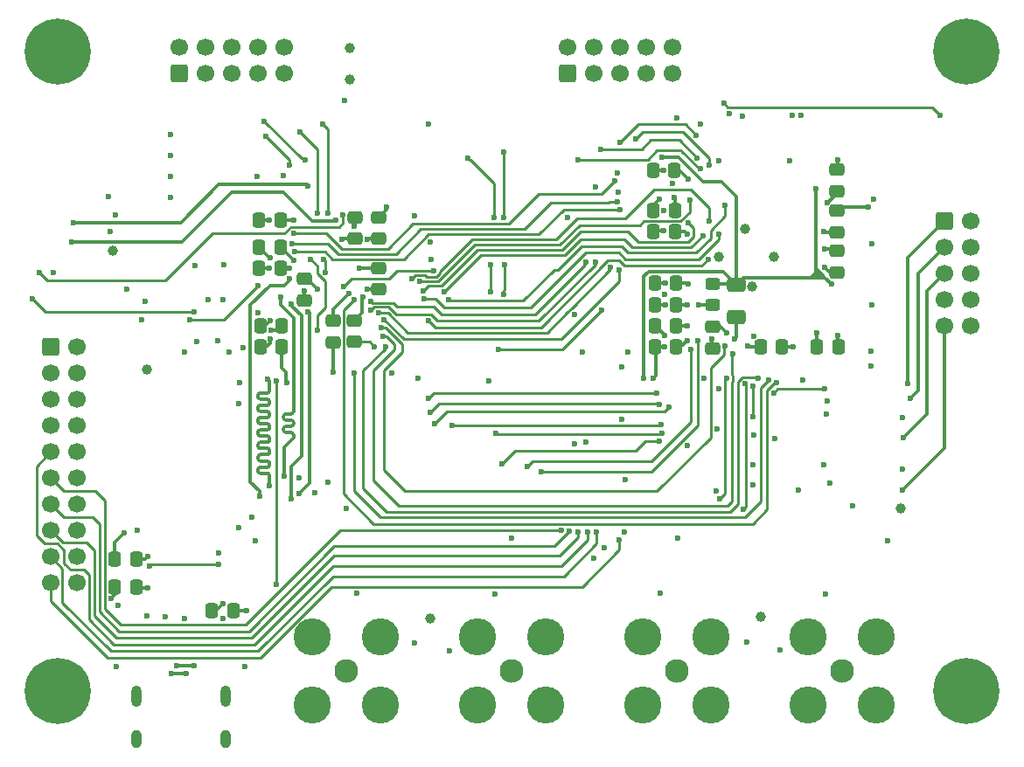
<source format=gbl>
G04 #@! TF.GenerationSoftware,KiCad,Pcbnew,9.0.5*
G04 #@! TF.CreationDate,2025-10-23T02:28:29+02:00*
G04 #@! TF.ProjectId,main-board,6d61696e-2d62-46f6-9172-642e6b696361,1.0a*
G04 #@! TF.SameCoordinates,Original*
G04 #@! TF.FileFunction,Copper,L4,Bot*
G04 #@! TF.FilePolarity,Positive*
%FSLAX46Y46*%
G04 Gerber Fmt 4.6, Leading zero omitted, Abs format (unit mm)*
G04 Created by KiCad (PCBNEW 9.0.5) date 2025-10-23 02:28:29*
%MOMM*%
%LPD*%
G01*
G04 APERTURE LIST*
G04 Aperture macros list*
%AMRoundRect*
0 Rectangle with rounded corners*
0 $1 Rounding radius*
0 $2 $3 $4 $5 $6 $7 $8 $9 X,Y pos of 4 corners*
0 Add a 4 corners polygon primitive as box body*
4,1,4,$2,$3,$4,$5,$6,$7,$8,$9,$2,$3,0*
0 Add four circle primitives for the rounded corners*
1,1,$1+$1,$2,$3*
1,1,$1+$1,$4,$5*
1,1,$1+$1,$6,$7*
1,1,$1+$1,$8,$9*
0 Add four rect primitives between the rounded corners*
20,1,$1+$1,$2,$3,$4,$5,0*
20,1,$1+$1,$4,$5,$6,$7,0*
20,1,$1+$1,$6,$7,$8,$9,0*
20,1,$1+$1,$8,$9,$2,$3,0*%
G04 Aperture macros list end*
G04 #@! TA.AperFunction,HeatsinkPad*
%ADD10O,1.000000X2.100000*%
G04 #@! TD*
G04 #@! TA.AperFunction,HeatsinkPad*
%ADD11O,1.000000X1.800000*%
G04 #@! TD*
G04 #@! TA.AperFunction,ComponentPad*
%ADD12C,2.300000*%
G04 #@! TD*
G04 #@! TA.AperFunction,ComponentPad*
%ADD13C,3.600000*%
G04 #@! TD*
G04 #@! TA.AperFunction,ComponentPad*
%ADD14RoundRect,0.250000X-0.600000X-0.600000X0.600000X-0.600000X0.600000X0.600000X-0.600000X0.600000X0*%
G04 #@! TD*
G04 #@! TA.AperFunction,ComponentPad*
%ADD15C,1.700000*%
G04 #@! TD*
G04 #@! TA.AperFunction,ComponentPad*
%ADD16C,6.400000*%
G04 #@! TD*
G04 #@! TA.AperFunction,ComponentPad*
%ADD17RoundRect,0.250000X0.600000X-0.600000X0.600000X0.600000X-0.600000X0.600000X-0.600000X-0.600000X0*%
G04 #@! TD*
G04 #@! TA.AperFunction,SMDPad,CuDef*
%ADD18RoundRect,0.250000X-0.337500X-0.475000X0.337500X-0.475000X0.337500X0.475000X-0.337500X0.475000X0*%
G04 #@! TD*
G04 #@! TA.AperFunction,SMDPad,CuDef*
%ADD19RoundRect,0.250000X0.475000X-0.337500X0.475000X0.337500X-0.475000X0.337500X-0.475000X-0.337500X0*%
G04 #@! TD*
G04 #@! TA.AperFunction,SMDPad,CuDef*
%ADD20RoundRect,0.250000X-0.475000X0.337500X-0.475000X-0.337500X0.475000X-0.337500X0.475000X0.337500X0*%
G04 #@! TD*
G04 #@! TA.AperFunction,SMDPad,CuDef*
%ADD21RoundRect,0.250000X0.337500X0.475000X-0.337500X0.475000X-0.337500X-0.475000X0.337500X-0.475000X0*%
G04 #@! TD*
G04 #@! TA.AperFunction,SMDPad,CuDef*
%ADD22RoundRect,0.250000X0.450000X-0.325000X0.450000X0.325000X-0.450000X0.325000X-0.450000X-0.325000X0*%
G04 #@! TD*
G04 #@! TA.AperFunction,SMDPad,CuDef*
%ADD23RoundRect,0.250000X-0.650000X0.412500X-0.650000X-0.412500X0.650000X-0.412500X0.650000X0.412500X0*%
G04 #@! TD*
G04 #@! TA.AperFunction,ViaPad*
%ADD24C,0.600000*%
G04 #@! TD*
G04 #@! TA.AperFunction,ViaPad*
%ADD25C,1.000000*%
G04 #@! TD*
G04 #@! TA.AperFunction,Conductor*
%ADD26C,0.349250*%
G04 #@! TD*
G04 #@! TA.AperFunction,Conductor*
%ADD27C,0.350000*%
G04 #@! TD*
G04 #@! TA.AperFunction,Conductor*
%ADD28C,0.250000*%
G04 #@! TD*
G04 #@! TA.AperFunction,Conductor*
%ADD29C,0.315468*%
G04 #@! TD*
G04 APERTURE END LIST*
D10*
X67039200Y-107257000D03*
D11*
X67039200Y-111437000D03*
D10*
X75679200Y-107257000D03*
D11*
X75679200Y-111437000D03*
D12*
X103359200Y-104762000D03*
D13*
X106659200Y-108062000D03*
X106659200Y-101462000D03*
X100059200Y-108062000D03*
X100059200Y-101462000D03*
D14*
X145205200Y-61214000D03*
D15*
X147745200Y-61214000D03*
X145205200Y-63754000D03*
X147745200Y-63754000D03*
X145205200Y-66294000D03*
X147745200Y-66294000D03*
X145205200Y-68834000D03*
X147745200Y-68834000D03*
X145205200Y-71374000D03*
X147745200Y-71374000D03*
D16*
X147359200Y-44762000D03*
X59359200Y-44762000D03*
D17*
X108756200Y-46863000D03*
D15*
X108756200Y-44323000D03*
X111296200Y-46863000D03*
X111296200Y-44323000D03*
X113836200Y-46863000D03*
X113836200Y-44323000D03*
X116376200Y-46863000D03*
X116376200Y-44323000D03*
X118916200Y-46863000D03*
X118916200Y-44323000D03*
D14*
X58718200Y-73406000D03*
D15*
X61258200Y-73406000D03*
X58718200Y-75946000D03*
X61258200Y-75946000D03*
X58718200Y-78486000D03*
X61258200Y-78486000D03*
X58718200Y-81026000D03*
X61258200Y-81026000D03*
X58718200Y-83566000D03*
X61258200Y-83566000D03*
X58718200Y-86106000D03*
X61258200Y-86106000D03*
X58718200Y-88646000D03*
X61258200Y-88646000D03*
X58718200Y-91186000D03*
X61258200Y-91186000D03*
X58718200Y-93726000D03*
X61258200Y-93726000D03*
X58718200Y-96266000D03*
X61258200Y-96266000D03*
D16*
X147359200Y-106762000D03*
X59359200Y-106762000D03*
D12*
X119359200Y-104762000D03*
D13*
X122659200Y-108062000D03*
X122659200Y-101462000D03*
X116059200Y-108062000D03*
X116059200Y-101462000D03*
D17*
X71164200Y-46863000D03*
D15*
X71164200Y-44323000D03*
X73704200Y-46863000D03*
X73704200Y-44323000D03*
X76244200Y-46863000D03*
X76244200Y-44323000D03*
X78784200Y-46863000D03*
X78784200Y-44323000D03*
X81324200Y-46863000D03*
X81324200Y-44323000D03*
D12*
X135359200Y-104762000D03*
D13*
X138659200Y-108062000D03*
X138659200Y-101462000D03*
X132059200Y-108062000D03*
X132059200Y-101462000D03*
D12*
X87359200Y-104762000D03*
D13*
X90659200Y-108062000D03*
X90659200Y-101462000D03*
X84059200Y-108062000D03*
X84059200Y-101462000D03*
D18*
X117054200Y-62230000D03*
X119129200Y-62230000D03*
X78868200Y-65786000D03*
X80943200Y-65786000D03*
D19*
X83229200Y-68877000D03*
X83229200Y-66802000D03*
D20*
X90468200Y-60811500D03*
X90468200Y-62886500D03*
X134834200Y-64092000D03*
X134834200Y-66167000D03*
D18*
X117181200Y-69342000D03*
X119256200Y-69342000D03*
X74317700Y-98933000D03*
X76392700Y-98933000D03*
D20*
X90468200Y-65743000D03*
X90468200Y-67818000D03*
D18*
X117181200Y-71374000D03*
X119256200Y-71374000D03*
D19*
X88055200Y-72898000D03*
X88055200Y-70823000D03*
D21*
X134961200Y-73406000D03*
X132886200Y-73406000D03*
D18*
X117181200Y-67183000D03*
X119256200Y-67183000D03*
X78995200Y-73406000D03*
X81070200Y-73406000D03*
D19*
X86023200Y-72919500D03*
X86023200Y-70844500D03*
D18*
X78995200Y-71374000D03*
X81070200Y-71374000D03*
X117011200Y-56261000D03*
X119086200Y-56261000D03*
D21*
X66994700Y-96647000D03*
X64919700Y-96647000D03*
D18*
X117054200Y-60198000D03*
X119129200Y-60198000D03*
D20*
X134834200Y-56218000D03*
X134834200Y-58293000D03*
D21*
X129500200Y-73406000D03*
X127425200Y-73406000D03*
D22*
X122769200Y-69351000D03*
X122769200Y-67301000D03*
D21*
X66994700Y-93980000D03*
X64919700Y-93980000D03*
D18*
X78868200Y-63754000D03*
X80943200Y-63754000D03*
D20*
X88182200Y-60811500D03*
X88182200Y-62886500D03*
D23*
X125055200Y-67398500D03*
X125055200Y-70523500D03*
D20*
X134834200Y-60198000D03*
X134834200Y-62273000D03*
D18*
X117181200Y-73406000D03*
X119256200Y-73406000D03*
D19*
X122769200Y-73533000D03*
X122769200Y-71458000D03*
D18*
X78868200Y-61087000D03*
X80943200Y-61087000D03*
D24*
X79736700Y-76517500D03*
X79915575Y-86868000D03*
X131108200Y-87249000D03*
X91230200Y-59817000D03*
X118154200Y-73406000D03*
X141141200Y-85217000D03*
X85515200Y-86487000D03*
X78149200Y-89916000D03*
X133648200Y-63881000D03*
X72815200Y-72898000D03*
X109391200Y-70231000D03*
X87166200Y-49530000D03*
X74847200Y-72771000D03*
X118027200Y-56261000D03*
D25*
X64687200Y-64071000D03*
D24*
X117011200Y-76454000D03*
X79927200Y-64770000D03*
X134918200Y-55245000D03*
X112312200Y-92815500D03*
X134918200Y-72263000D03*
X108756200Y-60833000D03*
X82721200Y-86106000D03*
X86023200Y-75819000D03*
X79905700Y-61087000D03*
X77006200Y-76835000D03*
X118027200Y-62103000D03*
X120313200Y-82931000D03*
X141141200Y-80264000D03*
X68148200Y-96774000D03*
X117646200Y-59055000D03*
X113963200Y-80391000D03*
X74974200Y-93345000D03*
X118218700Y-69342000D03*
X68116200Y-93726000D03*
X119297200Y-51181000D03*
X111423200Y-57912000D03*
X88563200Y-65786000D03*
X83229200Y-67945000D03*
D25*
X141014200Y-89027000D03*
D24*
X71672200Y-99695000D03*
X125647200Y-51054000D03*
X128822200Y-82296000D03*
X137839200Y-59817000D03*
X122726200Y-72644000D03*
X91738200Y-75924500D03*
X130600200Y-73406000D03*
X79927200Y-72644000D03*
X79905700Y-65786000D03*
X130473200Y-50927000D03*
X79927200Y-70866000D03*
X123107200Y-87376000D03*
X75355200Y-98298000D03*
X121456200Y-69342000D03*
X118218700Y-67183000D03*
X123361200Y-77470000D03*
X75355200Y-68834000D03*
X95548200Y-64897000D03*
X118154200Y-72263000D03*
X110536842Y-82578042D03*
X80942492Y-68579293D03*
X81283575Y-85891625D03*
X122345200Y-64897000D03*
X95285200Y-70857000D03*
X123996200Y-59690000D03*
X97199200Y-68834000D03*
X96818200Y-68072000D03*
X121837200Y-62611000D03*
X123361200Y-62484000D03*
X94833707Y-68754507D03*
X125774200Y-89154000D03*
X125901200Y-76962000D03*
X141141200Y-87249000D03*
X126663200Y-77216000D03*
X126663200Y-80137000D03*
X141903200Y-78359000D03*
X128695200Y-77851000D03*
X133648200Y-77470000D03*
X141649200Y-76962000D03*
X123488200Y-88138000D03*
X141268200Y-82169000D03*
X124162119Y-76447000D03*
X99104200Y-55118000D03*
X101644200Y-60833000D03*
X101263200Y-68072000D03*
X101263200Y-65405000D03*
X102533200Y-60833000D03*
X102533200Y-54483000D03*
X102025200Y-73660000D03*
X102660200Y-65405000D03*
X112058200Y-69850000D03*
X102533200Y-68326000D03*
X123869200Y-49784000D03*
X144824200Y-50927000D03*
X67100200Y-91186000D03*
X119424200Y-91948000D03*
X82213200Y-61087000D03*
X126663200Y-86741000D03*
X138347200Y-59055000D03*
X84499200Y-67818000D03*
X120440200Y-67310000D03*
X81538575Y-76835000D03*
X139744200Y-92202000D03*
X123210583Y-81369831D03*
X133851431Y-59371674D03*
X114217200Y-91313000D03*
X109391200Y-82804000D03*
X121583200Y-51816000D03*
X77347575Y-73457000D03*
X66084200Y-67818000D03*
D25*
X67989200Y-75565000D03*
D24*
X118154200Y-68326000D03*
X89325200Y-62992000D03*
X70275200Y-56896000D03*
X87547200Y-68199000D03*
X81797396Y-65786000D03*
X121978508Y-76405341D03*
X70275200Y-52832000D03*
X133902200Y-78613000D03*
X120440200Y-57150000D03*
X134156200Y-86614000D03*
X71672200Y-73914000D03*
X65195200Y-98425000D03*
X76879200Y-90932000D03*
X133751200Y-97346941D03*
X131489200Y-76581000D03*
X67989200Y-99441000D03*
X120313200Y-71374000D03*
X126663200Y-84836000D03*
X70275200Y-54864000D03*
X114597229Y-73919776D03*
D25*
X126605200Y-67500290D03*
D24*
X93897200Y-60706000D03*
X138220200Y-63373000D03*
X117749200Y-97282491D03*
X77514200Y-104394000D03*
X120313200Y-69342000D03*
X124123200Y-72009000D03*
X95421200Y-63246000D03*
X95294200Y-51816000D03*
D25*
X125944200Y-61976000D03*
D24*
X126790200Y-72390000D03*
X88309200Y-97282000D03*
X131362200Y-50927000D03*
X113645700Y-58356500D03*
X84245200Y-87503000D03*
X123361200Y-55372000D03*
X119043200Y-58928000D03*
X64941200Y-60579000D03*
X65830200Y-91440000D03*
X132886200Y-72009000D03*
X126790200Y-81915000D03*
X120313200Y-62484000D03*
X93897200Y-102108000D03*
X72688200Y-65532000D03*
X70275200Y-58928000D03*
X88944200Y-68580000D03*
X101103200Y-76708000D03*
X138144000Y-75234800D03*
X94278200Y-76454000D03*
D25*
X128738200Y-64643000D03*
D24*
X78657200Y-56896000D03*
X75990200Y-73914000D03*
X113963200Y-75311000D03*
X77641200Y-98933000D03*
X82213200Y-65024000D03*
D25*
X123404200Y-64643000D03*
D24*
X101747200Y-97346941D03*
X75355200Y-99695000D03*
X111296200Y-93853000D03*
X64306200Y-58801000D03*
X78530200Y-92202000D03*
X89325200Y-67818000D03*
X103295200Y-91948000D03*
X118091700Y-60198000D03*
X87293200Y-89027000D03*
X114344200Y-86233000D03*
X86912200Y-62992000D03*
X124377200Y-50800000D03*
X58972200Y-66167000D03*
X64560200Y-97790000D03*
X124885200Y-72644000D03*
X130219200Y-55372000D03*
X73958200Y-68834000D03*
X76879200Y-78867000D03*
X138093200Y-73787000D03*
X67862200Y-68961000D03*
X78784200Y-70104000D03*
X133521200Y-84836000D03*
X126155200Y-73279000D03*
X110204000Y-73863200D03*
X64433200Y-62230000D03*
X80054200Y-71755000D03*
X138220200Y-69342000D03*
X133775200Y-79883000D03*
X136315200Y-88773000D03*
X67481200Y-70739000D03*
X118916200Y-57531000D03*
X81197200Y-56769000D03*
X75482200Y-65405000D03*
X133521200Y-62230000D03*
X69767200Y-99520000D03*
X113582200Y-56515000D03*
X126142200Y-101981000D03*
X65068200Y-104394000D03*
X133648200Y-65659000D03*
X120313200Y-72771000D03*
X88055200Y-61722000D03*
X116135481Y-76460807D03*
X117885560Y-55011209D03*
X134283200Y-67310000D03*
X132759200Y-58039000D03*
X72561200Y-69977000D03*
X56940200Y-68707000D03*
X74974200Y-94488000D03*
X68243200Y-94659500D03*
X90063200Y-73382000D03*
X85007200Y-51816000D03*
X85515200Y-60452000D03*
X85261200Y-66167000D03*
X85134200Y-64897000D03*
X79546200Y-52959000D03*
X81832200Y-55753000D03*
X83864200Y-64897000D03*
X82848200Y-52578000D03*
X84499200Y-60452000D03*
X84499200Y-71755000D03*
X70859200Y-104262000D03*
X72609200Y-104262000D03*
X70359200Y-105012000D03*
X71859200Y-105012000D03*
D25*
X87674200Y-44450000D03*
X87674200Y-47498000D03*
X127425200Y-99564649D03*
D24*
X129330200Y-102743000D03*
X97326200Y-102870000D03*
D25*
X95421200Y-99691648D03*
D24*
X108121200Y-91186000D03*
X110661200Y-91313000D03*
X83356200Y-55245000D03*
X79355700Y-51498500D03*
X127171200Y-76454000D03*
X91103200Y-73406000D03*
X110534200Y-65151000D03*
X89706200Y-68961000D03*
X88055200Y-68834000D03*
X128949200Y-76835000D03*
X123996200Y-73279000D03*
X90722200Y-71501000D03*
X82721200Y-87630000D03*
X83610200Y-69977000D03*
X87007200Y-60579000D03*
X57575200Y-66167000D03*
X86277200Y-61087000D03*
X60750200Y-63246000D03*
X80562200Y-96393000D03*
X80591200Y-76708000D03*
X95802200Y-66040000D03*
X87039200Y-67564000D03*
X122472200Y-55753000D03*
X115360200Y-53213000D03*
X108946700Y-91249500D03*
X93643200Y-66802000D03*
X122472200Y-61214000D03*
X121231115Y-52900415D03*
X113836200Y-53594000D03*
X111931200Y-54229000D03*
X121319795Y-55101000D03*
X81959200Y-88138000D03*
X82004200Y-69215000D03*
X81816824Y-66792448D03*
X78911200Y-87884000D03*
X111423200Y-65151000D03*
X89706200Y-69850000D03*
X109772200Y-91313000D03*
X109772200Y-55245000D03*
X121583200Y-56134000D03*
X60877200Y-61341000D03*
X83610200Y-57785000D03*
X78784200Y-67418448D03*
X72180200Y-70739000D03*
X88055200Y-75946000D03*
X128187200Y-76581000D03*
X113328200Y-57277000D03*
X82213200Y-62357000D03*
X124758200Y-74041000D03*
X90849200Y-72390000D03*
X113582200Y-59309000D03*
X82086200Y-63373000D03*
X82340200Y-64135000D03*
X113836200Y-60071000D03*
X113709200Y-65913000D03*
X90976200Y-70739000D03*
X111550200Y-91313000D03*
X113776258Y-92079812D03*
X117646200Y-82550000D03*
X102406200Y-84709000D03*
X94405200Y-67056000D03*
X120567200Y-59182000D03*
X117900200Y-81788000D03*
X101771200Y-81788000D03*
X106216200Y-85471000D03*
X121329200Y-72771000D03*
X112924868Y-65636668D03*
X90468200Y-70104000D03*
X95294200Y-78359000D03*
X117392200Y-77851000D03*
X120694200Y-73660000D03*
X104819200Y-84963000D03*
X95421200Y-79756000D03*
X117646200Y-78994000D03*
X94786200Y-67945000D03*
X120440200Y-61341000D03*
X118598700Y-79184500D03*
X95865700Y-80835500D03*
X97580200Y-81026000D03*
X117773200Y-80899000D03*
D26*
X78760636Y-78198327D02*
X78760636Y-78078327D01*
X79915575Y-81198327D02*
X79915575Y-81078327D01*
X79675575Y-83238327D02*
X79000636Y-83238327D01*
X79915575Y-82398327D02*
X79915575Y-82278327D01*
X79000650Y-85038327D02*
X79675575Y-85038327D01*
X79000650Y-83838327D02*
X79675575Y-83838327D01*
X79675575Y-78438327D02*
X79000636Y-78438327D01*
X79915575Y-78798327D02*
X79915575Y-78678327D01*
X78760636Y-82998327D02*
X78760636Y-82878327D01*
X79915575Y-86868000D02*
X79915575Y-85878327D01*
X79000636Y-79038327D02*
X79675575Y-79038327D01*
X79915575Y-83598327D02*
X79915575Y-83478327D01*
X78760636Y-80598327D02*
X78760636Y-80478327D01*
X79915575Y-77598327D02*
X79915575Y-76696375D01*
X79000636Y-77838327D02*
X79675575Y-77838327D01*
X79675575Y-82038327D02*
X79000636Y-82038327D01*
X79675575Y-80838327D02*
X79000636Y-80838327D01*
X79000636Y-82638327D02*
X79675575Y-82638327D01*
X79675575Y-85638327D02*
X79000650Y-85638327D01*
X78760636Y-79398327D02*
X78760636Y-79278327D01*
X79915575Y-84798327D02*
X79915575Y-84678327D01*
X78760636Y-81798327D02*
X78760636Y-81678327D01*
X79915575Y-79998327D02*
X79915575Y-79878327D01*
X79915575Y-76696375D02*
X79736700Y-76517500D01*
X79675575Y-79638327D02*
X79000636Y-79638327D01*
X79000636Y-81438327D02*
X79675575Y-81438327D01*
X78760650Y-84198327D02*
X78760650Y-84078327D01*
X79000636Y-80238327D02*
X79675575Y-80238327D01*
X79675575Y-84438327D02*
X79000650Y-84438327D01*
X78760650Y-85398327D02*
X78760650Y-85278327D01*
X79000636Y-82038327D02*
G75*
G02*
X78760573Y-81798327I-36J240027D01*
G01*
X79675575Y-79038327D02*
G75*
G03*
X79915627Y-78798327I25J240027D01*
G01*
X79915575Y-85878327D02*
G75*
G03*
X79675575Y-85638325I-239975J27D01*
G01*
X78760650Y-85278327D02*
G75*
G02*
X79000650Y-85038350I239950J27D01*
G01*
X79675575Y-82638327D02*
G75*
G03*
X79915627Y-82398327I25J240027D01*
G01*
X79000650Y-85638327D02*
G75*
G02*
X78760573Y-85398327I-50J240027D01*
G01*
X79915575Y-83478327D02*
G75*
G03*
X79675575Y-83238325I-239975J27D01*
G01*
X78760636Y-81678327D02*
G75*
G02*
X79000636Y-81438336I239964J27D01*
G01*
X79675575Y-83838327D02*
G75*
G03*
X79915627Y-83598327I25J240027D01*
G01*
X79915575Y-84678327D02*
G75*
G03*
X79675575Y-84438325I-239975J27D01*
G01*
X79915575Y-78678327D02*
G75*
G03*
X79675575Y-78438325I-239975J27D01*
G01*
X79000650Y-84438327D02*
G75*
G02*
X78760573Y-84198327I-50J240027D01*
G01*
X79000636Y-83238327D02*
G75*
G02*
X78760573Y-82998327I-36J240027D01*
G01*
X79000636Y-80838327D02*
G75*
G02*
X78760573Y-80598327I-36J240027D01*
G01*
X78760636Y-80478327D02*
G75*
G02*
X79000636Y-80238336I239964J27D01*
G01*
X79675575Y-77838327D02*
G75*
G03*
X79915627Y-77598327I25J240027D01*
G01*
X78760636Y-79278327D02*
G75*
G02*
X79000636Y-79038336I239964J27D01*
G01*
X78760636Y-78078327D02*
G75*
G02*
X79000636Y-77838336I239964J27D01*
G01*
X79675575Y-80238327D02*
G75*
G03*
X79915627Y-79998327I25J240027D01*
G01*
X79915575Y-81078327D02*
G75*
G03*
X79675575Y-80838325I-239975J27D01*
G01*
X78760636Y-82878327D02*
G75*
G02*
X79000636Y-82638336I239964J27D01*
G01*
X79000636Y-79638327D02*
G75*
G02*
X78760573Y-79398327I-36J240027D01*
G01*
X79675575Y-81438327D02*
G75*
G03*
X79915627Y-81198327I25J240027D01*
G01*
X79915575Y-79878327D02*
G75*
G03*
X79675575Y-79638325I-239975J27D01*
G01*
X78760650Y-84078327D02*
G75*
G02*
X79000650Y-83838350I239950J27D01*
G01*
X79675575Y-85038327D02*
G75*
G03*
X79915627Y-84798327I25J240027D01*
G01*
X79000636Y-78438327D02*
G75*
G02*
X78760573Y-78198327I-36J240027D01*
G01*
X79915575Y-82278327D02*
G75*
G03*
X79675575Y-82038325I-239975J27D01*
G01*
D27*
X79419200Y-71374000D02*
X78995200Y-71374000D01*
X79927200Y-70866000D02*
X79419200Y-71374000D01*
X79884200Y-64770000D02*
X78868200Y-63754000D01*
X67862200Y-93980000D02*
X66994700Y-93980000D01*
X117011200Y-76454000D02*
X117265200Y-76200000D01*
X91230200Y-60049500D02*
X90468200Y-60811500D01*
X117265200Y-71374000D02*
X118154200Y-72263000D01*
X121465200Y-69351000D02*
X121456200Y-69342000D01*
X117265200Y-73490000D02*
X117181200Y-73406000D01*
X79905700Y-65786000D02*
X78868200Y-65786000D01*
X117181200Y-62103000D02*
X117054200Y-62230000D01*
X134918200Y-72263000D02*
X134918200Y-73363000D01*
X122769200Y-69351000D02*
X121465200Y-69351000D01*
X68116200Y-93726000D02*
X67862200Y-93980000D01*
X122726200Y-73490000D02*
X122769200Y-73533000D01*
X91230200Y-59817000D02*
X91230200Y-60049500D01*
X83229200Y-68877000D02*
X83229200Y-67945000D01*
X122726200Y-72644000D02*
X122726200Y-73490000D01*
X130600200Y-73406000D02*
X129500200Y-73406000D01*
X118027200Y-62103000D02*
X117181200Y-62103000D01*
X68148200Y-96774000D02*
X67121700Y-96774000D01*
X74317700Y-98933000D02*
X74720200Y-98933000D01*
X137839200Y-59817000D02*
X135215200Y-59817000D01*
X79905700Y-61087000D02*
X78868200Y-61087000D01*
X117265200Y-76200000D02*
X117265200Y-73490000D01*
X117011200Y-56261000D02*
X118027200Y-56261000D01*
X133648200Y-63881000D02*
X134623200Y-63881000D01*
X90468200Y-65743000D02*
X88606200Y-65743000D01*
X118154200Y-73406000D02*
X117181200Y-73406000D01*
X79927200Y-64770000D02*
X79884200Y-64770000D01*
X118218700Y-69342000D02*
X117181200Y-69342000D01*
X134918200Y-73363000D02*
X134961200Y-73406000D01*
X118218700Y-67183000D02*
X117181200Y-67183000D01*
X134918200Y-55245000D02*
X134918200Y-56134000D01*
X134918200Y-56134000D02*
X134834200Y-56218000D01*
X88606200Y-65743000D02*
X88563200Y-65786000D01*
X79927200Y-72644000D02*
X79927200Y-73003166D01*
X79927200Y-73003166D02*
X79524366Y-73406000D01*
X74720200Y-98933000D02*
X75355200Y-98298000D01*
X134623200Y-63881000D02*
X134834200Y-64092000D01*
X117054200Y-59647000D02*
X117054200Y-60198000D01*
X135215200Y-59817000D02*
X134834200Y-60198000D01*
X86023200Y-75819000D02*
X86023200Y-72919500D01*
X117181200Y-71374000D02*
X117265200Y-71374000D01*
X79524366Y-73406000D02*
X78995200Y-73406000D01*
X117646200Y-59055000D02*
X117054200Y-59647000D01*
X67121700Y-96774000D02*
X66994700Y-96647000D01*
D26*
X82213200Y-79635000D02*
X82213200Y-70551479D01*
X81493317Y-81075000D02*
X81973200Y-81075000D01*
X81283575Y-85891625D02*
X81283575Y-83098625D01*
X80942492Y-69280771D02*
X80942492Y-68579293D01*
X81973200Y-80475000D02*
X81493297Y-80475000D01*
X81283575Y-83098625D02*
X82213200Y-82169000D01*
X81253317Y-81435000D02*
X81253317Y-81315000D01*
X82213200Y-82169000D02*
X82213200Y-81915000D01*
X81253297Y-80235000D02*
X81253297Y-80115000D01*
X82213200Y-70551479D02*
X80942492Y-69280771D01*
X81973200Y-81675000D02*
X81493317Y-81675000D01*
X82213200Y-80835000D02*
X82213200Y-80715000D01*
X81493297Y-79875000D02*
X81973200Y-79875000D01*
X81253317Y-81315000D02*
G75*
G02*
X81493317Y-81075017I239983J0D01*
G01*
X82213200Y-81915000D02*
G75*
G03*
X81973200Y-81675000I-240000J0D01*
G01*
X81493317Y-81675000D02*
G75*
G02*
X81253300Y-81435000I-17J240000D01*
G01*
X82213200Y-80715000D02*
G75*
G03*
X81973200Y-80475000I-240000J0D01*
G01*
X81973200Y-79875000D02*
G75*
G03*
X82213200Y-79635000I0J240000D01*
G01*
X81973200Y-81075000D02*
G75*
G03*
X82213200Y-80835000I0J240000D01*
G01*
X81253297Y-80115000D02*
G75*
G02*
X81493297Y-79874997I240003J0D01*
G01*
X81493297Y-80475000D02*
G75*
G02*
X81253300Y-80235000I3J240000D01*
G01*
D28*
X112673854Y-65030668D02*
X106203522Y-71501000D01*
X95929200Y-71501000D02*
X95285200Y-70857000D01*
X113715868Y-65030668D02*
X112673854Y-65030668D01*
X114217200Y-65532000D02*
X113715868Y-65030668D01*
X122345200Y-64897000D02*
X121710200Y-65532000D01*
X106203522Y-71501000D02*
X95929200Y-71501000D01*
X121710200Y-65532000D02*
X114217200Y-65532000D01*
X97199200Y-68834000D02*
X97297200Y-68932000D01*
X107853914Y-65913000D02*
X110139914Y-63627000D01*
X107486200Y-65913000D02*
X107853914Y-65913000D01*
X114598200Y-64262000D02*
X121202200Y-64262000D01*
X104467200Y-68932000D02*
X107486200Y-65913000D01*
X123996200Y-60706000D02*
X123996200Y-59690000D01*
X113963200Y-63627000D02*
X114598200Y-64262000D01*
X97297200Y-68932000D02*
X104467200Y-68932000D01*
X122599200Y-62103000D02*
X123996200Y-60706000D01*
X110139914Y-63627000D02*
X113963200Y-63627000D01*
X122599200Y-62865000D02*
X122599200Y-62103000D01*
X121202200Y-64262000D02*
X122599200Y-62865000D01*
X100374200Y-64516000D02*
X108502200Y-64516000D01*
X114280700Y-62992000D02*
X115042700Y-63754000D01*
X96818200Y-68072000D02*
X100374200Y-64516000D01*
X110026200Y-62992000D02*
X114280700Y-62992000D01*
X120694200Y-63754000D02*
X121837200Y-62611000D01*
X108502200Y-64516000D02*
X110026200Y-62992000D01*
X115042700Y-63754000D02*
X120694200Y-63754000D01*
X123361200Y-62484000D02*
X123361200Y-62992000D01*
X113709200Y-64262000D02*
X110534200Y-64262000D01*
X114344200Y-64897000D02*
X113709200Y-64262000D01*
X123361200Y-62992000D02*
X121456200Y-64897000D01*
X95976707Y-68754507D02*
X94833707Y-68754507D01*
X121456200Y-64897000D02*
X114344200Y-64897000D01*
X105200200Y-69596000D02*
X96818200Y-69596000D01*
X96818200Y-69596000D02*
X95976707Y-68754507D01*
X110534200Y-64262000D02*
X105200200Y-69596000D01*
X125774200Y-89154000D02*
X126028200Y-88900000D01*
D27*
X145205200Y-83185000D02*
X141141200Y-87249000D01*
X145205200Y-71374000D02*
X145205200Y-83185000D01*
D28*
X126028200Y-77089000D02*
X125901200Y-76962000D01*
X126028200Y-88900000D02*
X126028200Y-77089000D01*
D27*
X142665200Y-66294000D02*
X142665200Y-77597000D01*
D28*
X126663200Y-77216000D02*
X126663200Y-80137000D01*
D27*
X145205200Y-63754000D02*
X142665200Y-66294000D01*
X142665200Y-77597000D02*
X141903200Y-78359000D01*
D28*
X128695200Y-77851000D02*
X129076200Y-77470000D01*
D27*
X141649200Y-76962000D02*
X141649200Y-64770000D01*
D28*
X129076200Y-77470000D02*
X133648200Y-77470000D01*
D27*
X141649200Y-64770000D02*
X145205200Y-61214000D01*
X145205200Y-66294000D02*
X143554200Y-67945000D01*
D28*
X123488200Y-88138000D02*
X123996200Y-87630000D01*
D27*
X143554200Y-67945000D02*
X143554200Y-79883000D01*
D28*
X123996200Y-76612919D02*
X124162119Y-76447000D01*
D27*
X143554200Y-79883000D02*
X141268200Y-82169000D01*
D28*
X123996200Y-87630000D02*
X123996200Y-76612919D01*
X101644200Y-60833000D02*
X101644200Y-57531000D01*
X101263200Y-65405000D02*
X101263200Y-68072000D01*
X99358200Y-55245000D02*
X99231200Y-55245000D01*
X99231200Y-55245000D02*
X99104200Y-55118000D01*
X101644200Y-57531000D02*
X99358200Y-55245000D01*
X102660200Y-67818000D02*
X102533200Y-67945000D01*
X102660200Y-65405000D02*
X102660200Y-67818000D01*
X102025200Y-73660000D02*
X108248200Y-73660000D01*
X102533200Y-54483000D02*
X102533200Y-60833000D01*
X108248200Y-73660000D02*
X112058200Y-69850000D01*
X102533200Y-67945000D02*
X102533200Y-68326000D01*
X144824200Y-50927000D02*
X144062200Y-50165000D01*
X124250200Y-50165000D02*
X123869200Y-49784000D01*
X144062200Y-50165000D02*
X124250200Y-50165000D01*
D27*
X80943200Y-61087000D02*
X82213200Y-61087000D01*
X76392700Y-98933000D02*
X77641200Y-98933000D01*
X81451200Y-75819000D02*
X81451200Y-76747625D01*
X119256200Y-73406000D02*
X119678200Y-73406000D01*
X123572200Y-71458000D02*
X124123200Y-72009000D01*
X64919700Y-92350500D02*
X65830200Y-91440000D01*
X81070200Y-75438000D02*
X81451200Y-75819000D01*
X134834200Y-58504000D02*
X134834200Y-58293000D01*
X88436200Y-62886500D02*
X87017700Y-62886500D01*
X88944200Y-68580000D02*
X88817200Y-68707000D01*
X122769200Y-71458000D02*
X123572200Y-71458000D01*
X119256200Y-71374000D02*
X120313200Y-71374000D01*
X119129200Y-59014000D02*
X119043200Y-58928000D01*
X64919700Y-97430500D02*
X64560200Y-97790000D01*
X119551200Y-56261000D02*
X120440200Y-57150000D01*
X133851431Y-59371674D02*
X133966526Y-59371674D01*
X125055200Y-70523500D02*
X125055200Y-72474000D01*
X90468200Y-62886500D02*
X89430700Y-62886500D01*
X80054200Y-71755000D02*
X80689200Y-71755000D01*
X83483200Y-66802000D02*
X84499200Y-67818000D01*
X132886200Y-73406000D02*
X132886200Y-72009000D01*
X80689200Y-71755000D02*
X81070200Y-71374000D01*
X134834200Y-66167000D02*
X134156200Y-66167000D01*
X119678200Y-73406000D02*
X120313200Y-72771000D01*
X81451200Y-76747625D02*
X81538575Y-76835000D01*
X119086200Y-56261000D02*
X119551200Y-56261000D01*
X119256200Y-69342000D02*
X120313200Y-69342000D01*
X83229200Y-66802000D02*
X83483200Y-66802000D01*
X134834200Y-62273000D02*
X133564200Y-62273000D01*
X133564200Y-62273000D02*
X133521200Y-62230000D01*
X127425200Y-73406000D02*
X126282200Y-73406000D01*
X81797396Y-65786000D02*
X80943200Y-65786000D01*
X89325200Y-67818000D02*
X90468200Y-67818000D01*
X86023200Y-70844500D02*
X86023200Y-69723000D01*
X64919700Y-93980000D02*
X64919700Y-92350500D01*
X81070200Y-73406000D02*
X81070200Y-75438000D01*
X86023200Y-69723000D02*
X87547200Y-68199000D01*
X119129200Y-60198000D02*
X119129200Y-59014000D01*
X88817200Y-70061000D02*
X88055200Y-70823000D01*
X133966526Y-59371674D02*
X134834200Y-58504000D01*
X82213200Y-65024000D02*
X80943200Y-63754000D01*
X125055200Y-72474000D02*
X124885200Y-72644000D01*
X119256200Y-67183000D02*
X120313200Y-67183000D01*
X120059200Y-62230000D02*
X120313200Y-62484000D01*
X64919700Y-96647000D02*
X64919700Y-97430500D01*
X89430700Y-62886500D02*
X89325200Y-62992000D01*
X88817200Y-68707000D02*
X88817200Y-70061000D01*
X134156200Y-66167000D02*
X133648200Y-65659000D01*
X87017700Y-62886500D02*
X86912200Y-62992000D01*
X119129200Y-62230000D02*
X120059200Y-62230000D01*
X126282200Y-73406000D02*
X126155200Y-73279000D01*
X120313200Y-67183000D02*
X120440200Y-67310000D01*
D28*
X88182200Y-61065500D02*
X88436200Y-60811500D01*
X88055200Y-61722000D02*
X88182200Y-61595000D01*
X88182200Y-61595000D02*
X88182200Y-61065500D01*
D27*
X116503200Y-66167000D02*
X116563186Y-66167000D01*
X116135481Y-76460807D02*
X116122200Y-76447526D01*
X124957700Y-67301000D02*
X125055200Y-67398500D01*
X121075200Y-56615986D02*
X121075200Y-56642000D01*
X121075200Y-56642000D02*
X121837200Y-57404000D01*
X132759200Y-58039000D02*
X132759200Y-65786000D01*
X133266490Y-66674290D02*
X132759200Y-66167000D01*
X117885560Y-55011209D02*
X119470423Y-55011209D01*
X133647490Y-66674290D02*
X132759200Y-65786000D01*
X116563186Y-66167000D02*
X116598186Y-66132000D01*
X133647490Y-66674290D02*
X134283200Y-67310000D01*
X132759200Y-66674290D02*
X133267200Y-66674290D01*
X123615200Y-57404000D02*
X125055200Y-58844000D01*
X125055200Y-58844000D02*
X125055200Y-67398500D01*
X122769200Y-67301000D02*
X124957700Y-67301000D01*
X116598186Y-66132000D02*
X123788700Y-66132000D01*
X121837200Y-57404000D02*
X123615200Y-57404000D01*
X125055200Y-67398500D02*
X125779410Y-66674290D01*
X116122200Y-66548000D02*
X116503200Y-66167000D01*
X116122200Y-76447526D02*
X116122200Y-66548000D01*
X125779410Y-66674290D02*
X131997200Y-66674290D01*
X132251910Y-66674290D02*
X132759200Y-66167000D01*
X132759200Y-66674290D02*
X132886910Y-66674290D01*
X132759200Y-66167000D02*
X132759200Y-66674290D01*
X131997200Y-66674290D02*
X132251910Y-66674290D01*
X132759200Y-65786000D02*
X132759200Y-66167000D01*
X133267200Y-66674290D02*
X133647490Y-66674290D01*
X133267200Y-66674290D02*
X133266490Y-66674290D01*
X123788700Y-66132000D02*
X125055200Y-67398500D01*
X131997200Y-66674290D02*
X132759200Y-66674290D01*
X119470423Y-55011209D02*
X121075200Y-56615986D01*
D28*
X72561200Y-69977000D02*
X58210200Y-69977000D01*
X58210200Y-69977000D02*
X56940200Y-68707000D01*
X68414700Y-94488000D02*
X68243200Y-94659500D01*
X74974200Y-94488000D02*
X68414700Y-94488000D01*
X89579200Y-72898000D02*
X88055200Y-72898000D01*
X90063200Y-73382000D02*
X89579200Y-72898000D01*
X85515200Y-60452000D02*
X85515200Y-52324000D01*
X85515200Y-52324000D02*
X85007200Y-51816000D01*
X85261200Y-66167000D02*
X85261200Y-65024000D01*
X85261200Y-65024000D02*
X85134200Y-64897000D01*
X81832200Y-55245000D02*
X81832200Y-55753000D01*
X79546200Y-52959000D02*
X81832200Y-55245000D01*
X83864200Y-64897000D02*
X84499200Y-65532000D01*
X85261200Y-67056000D02*
X85261200Y-69596000D01*
X84499200Y-70358000D02*
X84499200Y-71755000D01*
X82848200Y-52578000D02*
X84499200Y-54229000D01*
X84499200Y-54229000D02*
X84499200Y-60452000D01*
X84499200Y-65532000D02*
X84499200Y-66294000D01*
X85261200Y-69596000D02*
X84499200Y-70358000D01*
X84499200Y-66294000D02*
X85261200Y-67056000D01*
D29*
X72609200Y-104262000D02*
X70859200Y-104262000D01*
X70359200Y-105012000D02*
X71859200Y-105012000D01*
D28*
X59988200Y-87376000D02*
X58718200Y-86106000D01*
X63925200Y-88265000D02*
X63036200Y-87376000D01*
X86721700Y-91186000D02*
X77577700Y-100330000D01*
X63036200Y-87376000D02*
X59988200Y-87376000D01*
X65449200Y-100330000D02*
X63925200Y-98806000D01*
X108121200Y-91186000D02*
X86721700Y-91186000D01*
X63925200Y-98806000D02*
X63925200Y-88265000D01*
X77577700Y-100330000D02*
X65449200Y-100330000D01*
X62404200Y-95507000D02*
X62404200Y-99825000D01*
X108121200Y-94615000D02*
X110661200Y-92075000D01*
X78466700Y-102235000D02*
X86086700Y-94615000D01*
X86086700Y-94615000D02*
X108121200Y-94615000D01*
X62404200Y-99825000D02*
X64814200Y-102235000D01*
X59988200Y-94361000D02*
X60623200Y-94996000D01*
X110661200Y-92075000D02*
X110661200Y-91313000D01*
X60623200Y-94996000D02*
X61893200Y-94996000D01*
X61893200Y-94996000D02*
X62404200Y-95507000D01*
X58083200Y-92456000D02*
X59353200Y-92456000D01*
X57321200Y-84963000D02*
X57321200Y-91694000D01*
X64814200Y-102235000D02*
X78466700Y-102235000D01*
X58718200Y-83566000D02*
X57321200Y-84963000D01*
X59353200Y-92456000D02*
X59988200Y-93091000D01*
X57321200Y-91694000D02*
X58083200Y-92456000D01*
X59988200Y-93091000D02*
X59988200Y-94361000D01*
X79355700Y-51498500D02*
X82975200Y-55118000D01*
X82975200Y-55118000D02*
X83229200Y-55118000D01*
X83229200Y-55118000D02*
X83356200Y-55245000D01*
X127073200Y-76356000D02*
X125650186Y-76356000D01*
X125650186Y-76356000D02*
X125266200Y-76739986D01*
X91103200Y-73533000D02*
X91103200Y-73406000D01*
X91261950Y-89408000D02*
X88944200Y-87090250D01*
X124504200Y-89408000D02*
X91261950Y-89408000D01*
X125266200Y-76739986D02*
X125266200Y-88646000D01*
X88944200Y-87090250D02*
X88944200Y-75692000D01*
X88944200Y-75692000D02*
X91103200Y-73533000D01*
X127171200Y-76454000D02*
X127073200Y-76356000D01*
X125266200Y-88646000D02*
X124504200Y-89408000D01*
X110407200Y-65405000D02*
X105581200Y-70231000D01*
X110407200Y-65278000D02*
X110407200Y-65405000D01*
X89883414Y-69138214D02*
X89706200Y-68961000D01*
X105581200Y-70231000D02*
X96561493Y-70231000D01*
X91897200Y-69120000D02*
X89901627Y-69120000D01*
X89901627Y-69120000D02*
X89883414Y-69138214D01*
X110534200Y-65151000D02*
X110407200Y-65278000D01*
X95799493Y-69469000D02*
X92246200Y-69469000D01*
X96561493Y-70231000D02*
X95799493Y-69469000D01*
X92246200Y-69469000D02*
X91897200Y-69120000D01*
X128822200Y-76835000D02*
X128060200Y-77597000D01*
X128060200Y-89154000D02*
X126663200Y-90551000D01*
X126663200Y-90551000D02*
X89960200Y-90551000D01*
X89960200Y-90551000D02*
X87039200Y-87630000D01*
X128060200Y-77597000D02*
X128060200Y-89154000D01*
X128949200Y-76835000D02*
X128822200Y-76835000D01*
X87039200Y-87630000D02*
X87039200Y-69850000D01*
X87039200Y-69850000D02*
X88055200Y-68834000D01*
X128881200Y-76903000D02*
X128949200Y-76835000D01*
X90976200Y-85344000D02*
X90976200Y-75692000D01*
X117392200Y-87376000D02*
X93008200Y-87376000D01*
X122599200Y-82169000D02*
X117392200Y-87376000D01*
X90976200Y-75692000D02*
X92754200Y-73914000D01*
X122599200Y-75438000D02*
X122599200Y-82169000D01*
X92754200Y-73152000D02*
X91103200Y-71501000D01*
X123869200Y-74168000D02*
X122599200Y-75438000D01*
X92754200Y-73914000D02*
X92754200Y-73152000D01*
X91103200Y-71501000D02*
X90722200Y-71501000D01*
X93008200Y-87376000D02*
X90976200Y-85344000D01*
X123869200Y-73406000D02*
X123869200Y-74168000D01*
X123996200Y-73279000D02*
X123869200Y-73406000D01*
D26*
X83737200Y-86614000D02*
X83737200Y-70104000D01*
X82721200Y-87630000D02*
X83737200Y-86614000D01*
X83737200Y-70104000D02*
X83610200Y-69977000D01*
D28*
X81356186Y-62357000D02*
X74339200Y-62357000D01*
X74339200Y-62357000D02*
X69767200Y-66929000D01*
X87007200Y-60579000D02*
X87007200Y-61373000D01*
X69767200Y-66929000D02*
X58337200Y-66929000D01*
X58337200Y-66929000D02*
X57575200Y-66167000D01*
X81962186Y-61751000D02*
X81356186Y-62357000D01*
X87007200Y-61373000D02*
X86629200Y-61751000D01*
X86629200Y-61751000D02*
X81962186Y-61751000D01*
D27*
X83991200Y-61214000D02*
X81197200Y-58420000D01*
X86150200Y-61214000D02*
X83991200Y-61214000D01*
X76244200Y-58420000D02*
X71418200Y-63246000D01*
X86277200Y-61087000D02*
X86150200Y-61214000D01*
X81197200Y-58420000D02*
X76244200Y-58420000D01*
X71418200Y-63246000D02*
X60750200Y-63246000D01*
D28*
X80562200Y-96393000D02*
X80562200Y-76737000D01*
X80562200Y-76737000D02*
X80591200Y-76708000D01*
X91505700Y-66780500D02*
X92246200Y-66040000D01*
X87822700Y-66780500D02*
X91505700Y-66780500D01*
X92246200Y-66040000D02*
X95802200Y-66040000D01*
X87039200Y-67564000D02*
X87822700Y-66780500D01*
X115360200Y-53213000D02*
X115995200Y-52578000D01*
X115995200Y-52578000D02*
X119932200Y-52578000D01*
X122472200Y-55118000D02*
X122472200Y-55753000D01*
X119932200Y-52578000D02*
X122472200Y-55118000D01*
X86150200Y-92710000D02*
X77895200Y-100965000D01*
X107486200Y-92710000D02*
X86150200Y-92710000D01*
X77895200Y-100965000D02*
X65322200Y-100965000D01*
X63417200Y-99060000D02*
X63417200Y-90551000D01*
X59988200Y-89916000D02*
X58718200Y-88646000D01*
X108946700Y-91249500D02*
X107486200Y-92710000D01*
X62782200Y-89916000D02*
X59988200Y-89916000D01*
X65322200Y-100965000D02*
X63417200Y-99060000D01*
X63417200Y-90551000D02*
X62782200Y-89916000D01*
X120694200Y-58166000D02*
X117138200Y-58166000D01*
X96053214Y-66646000D02*
X95138200Y-66646000D01*
X93995200Y-66450000D02*
X93643200Y-66802000D01*
X95138200Y-66646000D02*
X94942200Y-66450000D01*
X109645200Y-60960000D02*
X107613200Y-62992000D01*
X96408200Y-66291014D02*
X96053214Y-66646000D01*
X96408200Y-66069000D02*
X96408200Y-66291014D01*
X99485200Y-62992000D02*
X96408200Y-66069000D01*
X94942200Y-66450000D02*
X93995200Y-66450000D01*
X114344200Y-60960000D02*
X109645200Y-60960000D01*
X117138200Y-58166000D02*
X114344200Y-60960000D01*
X122472200Y-61214000D02*
X122472200Y-59944000D01*
X122472200Y-59944000D02*
X120694200Y-58166000D01*
X107613200Y-62992000D02*
X99485200Y-62992000D01*
X115614200Y-51816000D02*
X120146700Y-51816000D01*
X113836200Y-53594000D02*
X115614200Y-51816000D01*
X120146700Y-51816000D02*
X121231115Y-52900415D01*
X116820700Y-53340000D02*
X119551200Y-53340000D01*
X119551200Y-53340000D02*
X121312200Y-55101000D01*
X121312200Y-55101000D02*
X121319795Y-55101000D01*
X115931700Y-54229000D02*
X116820700Y-53340000D01*
X111931200Y-54229000D02*
X115931700Y-54229000D01*
D26*
X82004200Y-69215000D02*
X82004200Y-69387000D01*
X82975200Y-83947000D02*
X81959200Y-84963000D01*
X82975200Y-70358000D02*
X82975200Y-83947000D01*
X81959200Y-84963000D02*
X81959200Y-88138000D01*
X82004200Y-69387000D02*
X82975200Y-70358000D01*
X78022200Y-86487000D02*
X78022200Y-69342000D01*
X81816824Y-66944376D02*
X81816824Y-66792448D01*
X78022200Y-69342000D02*
X79927200Y-67437000D01*
X78911200Y-87376000D02*
X78022200Y-86487000D01*
X79927200Y-67437000D02*
X81324200Y-67437000D01*
X78911200Y-87884000D02*
X78911200Y-87376000D01*
X81324200Y-67437000D02*
X81816824Y-66944376D01*
D28*
X90058200Y-69498000D02*
X89706200Y-69850000D01*
X111423200Y-65151000D02*
X111423200Y-65405000D01*
X111423200Y-65405000D02*
X105962200Y-70866000D01*
X92118450Y-70231000D02*
X91385450Y-69498000D01*
X105962200Y-70866000D02*
X96151214Y-70866000D01*
X96151214Y-70866000D02*
X95516214Y-70231000D01*
X91385450Y-69498000D02*
X90058200Y-69498000D01*
X95516214Y-70231000D02*
X92118450Y-70231000D01*
X86150200Y-93599000D02*
X78149200Y-101600000D01*
X62909200Y-93091000D02*
X62147200Y-92329000D01*
X109772200Y-91821000D02*
X107994200Y-93599000D01*
X78149200Y-101600000D02*
X65068200Y-101600000D01*
X107994200Y-93599000D02*
X86150200Y-93599000D01*
X62147200Y-92329000D02*
X59861200Y-92329000D01*
X59861200Y-92329000D02*
X58718200Y-91186000D01*
X65068200Y-101600000D02*
X62909200Y-99441000D01*
X62909200Y-99441000D02*
X62909200Y-93091000D01*
X109772200Y-91313000D02*
X109772200Y-91821000D01*
X119717782Y-54356000D02*
X119761491Y-54399709D01*
X109772200Y-55245000D02*
X116503200Y-55245000D01*
X121495781Y-56134000D02*
X119761491Y-54399709D01*
X117392200Y-54356000D02*
X119717782Y-54356000D01*
X121583200Y-56134000D02*
X121495781Y-56134000D01*
X119717781Y-54356000D02*
X119761491Y-54399709D01*
X116503200Y-55245000D02*
X117392200Y-54356000D01*
D27*
X71291200Y-61341000D02*
X60877200Y-61341000D01*
X83483200Y-57658000D02*
X74974200Y-57658000D01*
X74974200Y-57658000D02*
X71291200Y-61341000D01*
X83610200Y-57785000D02*
X83483200Y-57658000D01*
D28*
X78784200Y-67418448D02*
X78276200Y-67926448D01*
X78276200Y-67945000D02*
X75482200Y-70739000D01*
X75482200Y-70739000D02*
X72180200Y-70739000D01*
X78276200Y-67926448D02*
X78276200Y-67945000D01*
X125901200Y-89916000D02*
X90595200Y-89916000D01*
X88055200Y-87376000D02*
X88055200Y-75946000D01*
X127425200Y-88392000D02*
X125901200Y-89916000D01*
X90595200Y-89916000D02*
X88055200Y-87376000D01*
X127425200Y-77343000D02*
X127425200Y-88392000D01*
X128187200Y-76581000D02*
X127425200Y-77343000D01*
X86880450Y-63881000D02*
X85356450Y-62357000D01*
X112058200Y-58547000D02*
X105962200Y-58547000D01*
X105962200Y-58547000D02*
X103041200Y-61468000D01*
X103041200Y-61468000D02*
X93770200Y-61468000D01*
X91357200Y-63881000D02*
X86880450Y-63881000D01*
X113328200Y-57277000D02*
X112058200Y-58547000D01*
X85356450Y-62357000D02*
X82213200Y-62357000D01*
X93770200Y-61468000D02*
X91357200Y-63881000D01*
X92373200Y-88773000D02*
X89960200Y-86360000D01*
X124631200Y-74168000D02*
X124631200Y-76059067D01*
X124768119Y-76195986D02*
X124768119Y-76698014D01*
X91992200Y-73660000D02*
X91992200Y-73152000D01*
X91230200Y-72390000D02*
X90849200Y-72390000D01*
X124631200Y-88392000D02*
X124250200Y-88773000D01*
X91992200Y-73152000D02*
X91230200Y-72390000D01*
X89960200Y-75692000D02*
X91992200Y-73660000D01*
X124250200Y-88773000D02*
X92373200Y-88773000D01*
X89960200Y-86360000D02*
X89960200Y-75692000D01*
X124768119Y-76698014D02*
X124631200Y-76834933D01*
X124631200Y-76059067D02*
X124768119Y-76195986D01*
X124758200Y-74041000D02*
X124631200Y-74168000D01*
X124631200Y-76834933D02*
X124631200Y-88392000D01*
X92135075Y-64389000D02*
X86531200Y-64389000D01*
X107141023Y-59400177D02*
X104565200Y-61976000D01*
X112820200Y-59309000D02*
X112729023Y-59400177D01*
X85515200Y-63373000D02*
X82086200Y-63373000D01*
X104565200Y-61976000D02*
X94548075Y-61976000D01*
X113582200Y-59309000D02*
X112820200Y-59309000D01*
X94548075Y-61976000D02*
X92135075Y-64389000D01*
X112729023Y-59400177D02*
X107141023Y-59400177D01*
X86531200Y-64389000D02*
X85515200Y-63373000D01*
X95294200Y-62484000D02*
X105962200Y-62484000D01*
X105962200Y-62484000D02*
X108375200Y-60071000D01*
X86005700Y-64879500D02*
X92898700Y-64879500D01*
X108375200Y-60071000D02*
X113836200Y-60071000D01*
X92898700Y-64879500D02*
X95294200Y-62484000D01*
X85261200Y-64135000D02*
X86005700Y-64879500D01*
X82340200Y-64135000D02*
X85261200Y-64135000D01*
X92881200Y-72644000D02*
X108121200Y-72644000D01*
X90976200Y-70739000D02*
X92881200Y-72644000D01*
X108121200Y-72644000D02*
X113709200Y-67056000D01*
X113709200Y-67056000D02*
X113709200Y-65913000D01*
X59844200Y-94852000D02*
X59844200Y-98167287D01*
X78784200Y-102870000D02*
X86023200Y-95631000D01*
X86023200Y-95631000D02*
X108375200Y-95631000D01*
X58718200Y-93726000D02*
X59844200Y-94852000D01*
X64546913Y-102870000D02*
X78784200Y-102870000D01*
X108375200Y-95631000D02*
X111550200Y-92456000D01*
X111550200Y-92456000D02*
X111550200Y-91313000D01*
X59844200Y-98167287D02*
X64546913Y-102870000D01*
X113776258Y-93023942D02*
X110153200Y-96647000D01*
X79038200Y-103505000D02*
X64179200Y-103505000D01*
X64179200Y-103505000D02*
X58718200Y-98044000D01*
X110153200Y-96647000D02*
X85896200Y-96647000D01*
X85896200Y-96647000D02*
X79038200Y-103505000D01*
X113776258Y-92079812D02*
X113776258Y-93023942D01*
X58718200Y-98044000D02*
X58718200Y-96266000D01*
X117646200Y-82550000D02*
X116249200Y-82550000D01*
X116249200Y-82550000D02*
X115360200Y-83439000D01*
X103676200Y-83439000D02*
X102406200Y-84709000D01*
X115360200Y-83439000D02*
X103676200Y-83439000D01*
X120567200Y-60323304D02*
X119676504Y-61214000D01*
X116122200Y-61214000D02*
X115741200Y-61595000D01*
X109899200Y-61595000D02*
X107994200Y-63500000D01*
X99733786Y-63500000D02*
X96177786Y-67056000D01*
X107994200Y-63500000D02*
X99733786Y-63500000D01*
X120567200Y-59182000D02*
X120567200Y-60323304D01*
X115741200Y-61595000D02*
X109899200Y-61595000D01*
X96177786Y-67056000D02*
X94405200Y-67056000D01*
X119676504Y-61214000D02*
X116122200Y-61214000D01*
X117900200Y-81788000D02*
X117798600Y-81889600D01*
X117798600Y-81889600D02*
X101872800Y-81889600D01*
X101872800Y-81889600D02*
X101771200Y-81788000D01*
X121329200Y-81026000D02*
X121329200Y-72771000D01*
X116884200Y-85471000D02*
X121329200Y-81026000D01*
X106216200Y-85471000D02*
X116884200Y-85471000D01*
X93262200Y-72009000D02*
X91357200Y-70104000D01*
X91357200Y-70104000D02*
X90468200Y-70104000D01*
X112924868Y-65849500D02*
X109149368Y-69625000D01*
X112924868Y-65636668D02*
X112924868Y-65849500D01*
X109149368Y-69625000D02*
X109140186Y-69625000D01*
X106765368Y-72009000D02*
X93262200Y-72009000D01*
X109140186Y-69625000D02*
X108785200Y-69979986D01*
X108785200Y-69979986D02*
X108785200Y-69989168D01*
X108785200Y-69989168D02*
X106765368Y-72009000D01*
X95776800Y-77876400D02*
X95294200Y-78359000D01*
X117392200Y-77851000D02*
X117392200Y-77978000D01*
X117290600Y-77876400D02*
X95776800Y-77876400D01*
X117392200Y-77978000D02*
X117290600Y-77876400D01*
X105327200Y-84455000D02*
X104819200Y-84963000D01*
X116884200Y-84455000D02*
X105327200Y-84455000D01*
X120694200Y-73660000D02*
X120694200Y-80645000D01*
X120694200Y-80645000D02*
X116884200Y-84455000D01*
X117646200Y-78994000D02*
X117519200Y-78867000D01*
X96310200Y-78867000D02*
X95421200Y-79756000D01*
X117519200Y-78867000D02*
X96310200Y-78867000D01*
X99993200Y-64008000D02*
X96535200Y-67466000D01*
X114598200Y-62230000D02*
X110026200Y-62230000D01*
X120440200Y-61341000D02*
X120948200Y-61849000D01*
X108248200Y-64008000D02*
X99993200Y-64008000D01*
X110026200Y-62230000D02*
X108248200Y-64008000D01*
X120948200Y-61849000D02*
X120948200Y-62738000D01*
X115614200Y-63246000D02*
X114598200Y-62230000D01*
X96535200Y-67466000D02*
X95265200Y-67466000D01*
X95265200Y-67466000D02*
X94786200Y-67945000D01*
X120948200Y-62738000D02*
X120440200Y-63246000D01*
X120440200Y-63246000D02*
X115614200Y-63246000D01*
X118598700Y-79184500D02*
X118154200Y-79629000D01*
X118154200Y-79629000D02*
X97072200Y-79629000D01*
X97072200Y-79629000D02*
X95865700Y-80835500D01*
X117646200Y-81026000D02*
X117773200Y-80899000D01*
X97580200Y-81026000D02*
X117646200Y-81026000D01*
M02*

</source>
